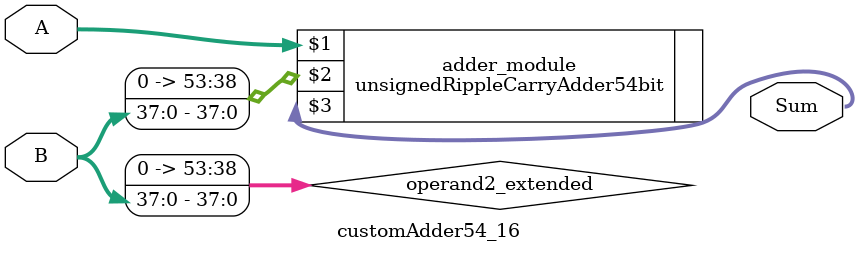
<source format=v>
module customAdder54_16(
                        input [53 : 0] A,
                        input [37 : 0] B,
                        
                        output [54 : 0] Sum
                );

        wire [53 : 0] operand2_extended;
        
        assign operand2_extended =  {16'b0, B};
        
        unsignedRippleCarryAdder54bit adder_module(
            A,
            operand2_extended,
            Sum
        );
        
        endmodule
        
</source>
